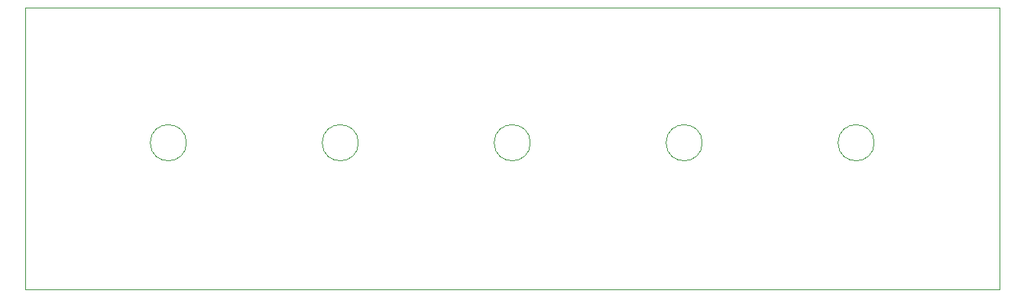
<source format=gbr>
%TF.GenerationSoftware,KiCad,Pcbnew,7.0.6*%
%TF.CreationDate,2023-10-13T04:00:25-07:00*%
%TF.ProjectId,SAL-FP_Keyboard,53414c2d-4650-45f4-9b65-79626f617264,A*%
%TF.SameCoordinates,PX8be9df0PY734a290*%
%TF.FileFunction,Profile,NP*%
%FSLAX46Y46*%
G04 Gerber Fmt 4.6, Leading zero omitted, Abs format (unit mm)*
G04 Created by KiCad (PCBNEW 7.0.6) date 2023-10-13 04:00:25*
%MOMM*%
%LPD*%
G01*
G04 APERTURE LIST*
%TA.AperFunction,Profile*%
%ADD10C,0.100000*%
%TD*%
G04 APERTURE END LIST*
D10*
X-90100000Y-15000000D02*
G75*
G03*
X-90100000Y-15000000I-2000000J0D01*
G01*
X-71050000Y-15000000D02*
G75*
G03*
X-71050000Y-15000000I-2000000J0D01*
G01*
X-52000000Y-15000000D02*
G75*
G03*
X-52000000Y-15000000I-2000000J0D01*
G01*
X-32950000Y-15000000D02*
G75*
G03*
X-32950000Y-15000000I-2000000J0D01*
G01*
X-13900000Y-15000000D02*
G75*
G03*
X-13900000Y-15000000I-2000000J0D01*
G01*
X-108000000Y0D02*
X0Y0D01*
X0Y-31270000D01*
X-108000000Y-31270000D01*
X-108000000Y0D01*
M02*

</source>
